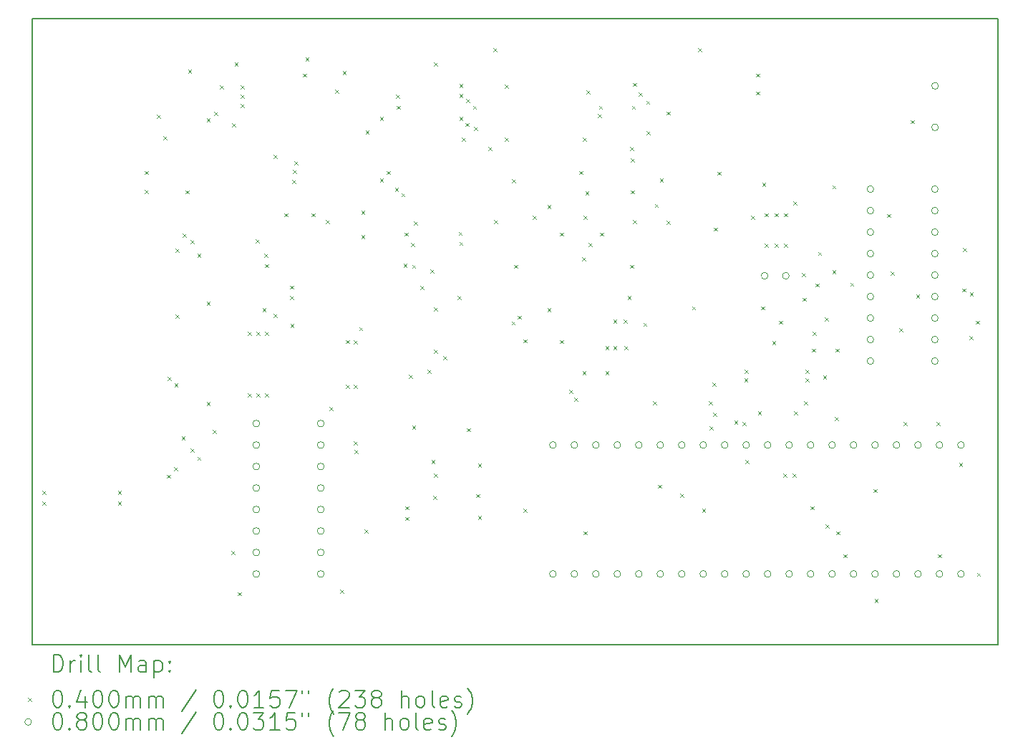
<source format=gbr>
%TF.GenerationSoftware,KiCad,Pcbnew,9.0.0*%
%TF.CreationDate,2025-03-16T19:10:35-05:00*%
%TF.ProjectId,Model I RS232,4d6f6465-6c20-4492-9052-533233322e6b,rev?*%
%TF.SameCoordinates,Original*%
%TF.FileFunction,Drillmap*%
%TF.FilePolarity,Positive*%
%FSLAX45Y45*%
G04 Gerber Fmt 4.5, Leading zero omitted, Abs format (unit mm)*
G04 Created by KiCad (PCBNEW 9.0.0) date 2025-03-16 19:10:35*
%MOMM*%
%LPD*%
G01*
G04 APERTURE LIST*
%ADD10C,0.200000*%
%ADD11C,0.100000*%
G04 APERTURE END LIST*
D10*
X7590000Y-7460000D02*
X19010000Y-7460000D01*
X19010000Y-14860000D01*
X7590000Y-14860000D01*
X7590000Y-7460000D01*
D11*
X7705000Y-13040000D02*
X7745000Y-13080000D01*
X7745000Y-13040000D02*
X7705000Y-13080000D01*
X7705000Y-13170000D02*
X7745000Y-13210000D01*
X7745000Y-13170000D02*
X7705000Y-13210000D01*
X8600000Y-13040000D02*
X8640000Y-13080000D01*
X8640000Y-13040000D02*
X8600000Y-13080000D01*
X8600000Y-13170000D02*
X8640000Y-13210000D01*
X8640000Y-13170000D02*
X8600000Y-13210000D01*
X8920000Y-9260000D02*
X8960000Y-9300000D01*
X8960000Y-9260000D02*
X8920000Y-9300000D01*
X8920000Y-9487000D02*
X8960000Y-9527000D01*
X8960000Y-9487000D02*
X8920000Y-9527000D01*
X9062000Y-8598000D02*
X9102000Y-8638000D01*
X9102000Y-8598000D02*
X9062000Y-8638000D01*
X9140000Y-8850000D02*
X9180000Y-8890000D01*
X9180000Y-8850000D02*
X9140000Y-8890000D01*
X9180000Y-12850000D02*
X9220000Y-12890000D01*
X9220000Y-12850000D02*
X9180000Y-12890000D01*
X9190000Y-11692500D02*
X9230000Y-11732500D01*
X9230000Y-11692500D02*
X9190000Y-11732500D01*
X9266000Y-12760000D02*
X9306000Y-12800000D01*
X9306000Y-12760000D02*
X9266000Y-12800000D01*
X9270000Y-11770000D02*
X9310000Y-11810000D01*
X9310000Y-11770000D02*
X9270000Y-11810000D01*
X9280000Y-10180000D02*
X9320000Y-10220000D01*
X9320000Y-10180000D02*
X9280000Y-10220000D01*
X9280000Y-10961500D02*
X9320000Y-11001500D01*
X9320000Y-10961500D02*
X9280000Y-11001500D01*
X9355000Y-12395000D02*
X9395000Y-12435000D01*
X9395000Y-12395000D02*
X9355000Y-12435000D01*
X9370000Y-10000000D02*
X9410000Y-10040000D01*
X9410000Y-10000000D02*
X9370000Y-10040000D01*
X9400000Y-9490000D02*
X9440000Y-9530000D01*
X9440000Y-9490000D02*
X9400000Y-9530000D01*
X9430000Y-8060000D02*
X9470000Y-8100000D01*
X9470000Y-8060000D02*
X9430000Y-8100000D01*
X9460000Y-10080000D02*
X9500000Y-10120000D01*
X9500000Y-10080000D02*
X9460000Y-10120000D01*
X9460000Y-12540000D02*
X9500000Y-12580000D01*
X9500000Y-12540000D02*
X9460000Y-12580000D01*
X9540000Y-10240000D02*
X9580000Y-10280000D01*
X9580000Y-10240000D02*
X9540000Y-10280000D01*
X9540000Y-12640000D02*
X9580000Y-12680000D01*
X9580000Y-12640000D02*
X9540000Y-12680000D01*
X9650000Y-8637500D02*
X9690000Y-8677500D01*
X9690000Y-8637500D02*
X9650000Y-8677500D01*
X9650000Y-10806500D02*
X9690000Y-10846500D01*
X9690000Y-10806500D02*
X9650000Y-10846500D01*
X9650000Y-11990000D02*
X9690000Y-12030000D01*
X9690000Y-11990000D02*
X9650000Y-12030000D01*
X9720000Y-12320000D02*
X9760000Y-12360000D01*
X9760000Y-12320000D02*
X9720000Y-12360000D01*
X9740000Y-8560000D02*
X9780000Y-8600000D01*
X9780000Y-8560000D02*
X9740000Y-8600000D01*
X9810000Y-8250000D02*
X9850000Y-8290000D01*
X9850000Y-8250000D02*
X9810000Y-8290000D01*
X9942500Y-13750000D02*
X9982500Y-13790000D01*
X9982500Y-13750000D02*
X9942500Y-13790000D01*
X9950000Y-8700000D02*
X9990000Y-8740000D01*
X9990000Y-8700000D02*
X9950000Y-8740000D01*
X9980000Y-7980000D02*
X10020000Y-8020000D01*
X10020000Y-7980000D02*
X9980000Y-8020000D01*
X10020000Y-14240000D02*
X10060000Y-14280000D01*
X10060000Y-14240000D02*
X10020000Y-14280000D01*
X10050000Y-8250000D02*
X10090000Y-8290000D01*
X10090000Y-8250000D02*
X10050000Y-8290000D01*
X10050000Y-8357500D02*
X10090000Y-8397500D01*
X10090000Y-8357500D02*
X10050000Y-8397500D01*
X10050000Y-8470000D02*
X10090000Y-8510000D01*
X10090000Y-8470000D02*
X10050000Y-8510000D01*
X10140000Y-11160000D02*
X10180000Y-11200000D01*
X10180000Y-11160000D02*
X10140000Y-11200000D01*
X10140000Y-11890000D02*
X10180000Y-11930000D01*
X10180000Y-11890000D02*
X10140000Y-11930000D01*
X10230000Y-10070000D02*
X10270000Y-10110000D01*
X10270000Y-10070000D02*
X10230000Y-10110000D01*
X10240000Y-11160000D02*
X10280000Y-11200000D01*
X10280000Y-11160000D02*
X10240000Y-11200000D01*
X10240000Y-11890000D02*
X10280000Y-11930000D01*
X10280000Y-11890000D02*
X10240000Y-11930000D01*
X10310000Y-10884000D02*
X10350000Y-10924000D01*
X10350000Y-10884000D02*
X10310000Y-10924000D01*
X10330000Y-10240000D02*
X10370000Y-10280000D01*
X10370000Y-10240000D02*
X10330000Y-10280000D01*
X10340000Y-10361000D02*
X10380000Y-10401000D01*
X10380000Y-10361000D02*
X10340000Y-10401000D01*
X10340000Y-11160000D02*
X10380000Y-11200000D01*
X10380000Y-11160000D02*
X10340000Y-11200000D01*
X10340000Y-11890000D02*
X10380000Y-11930000D01*
X10380000Y-11890000D02*
X10340000Y-11930000D01*
X10440000Y-10950000D02*
X10480000Y-10990000D01*
X10480000Y-10950000D02*
X10440000Y-10990000D01*
X10445000Y-9070000D02*
X10485000Y-9110000D01*
X10485000Y-9070000D02*
X10445000Y-9110000D01*
X10570000Y-9760000D02*
X10610000Y-9800000D01*
X10610000Y-9760000D02*
X10570000Y-9800000D01*
X10640000Y-10615000D02*
X10680000Y-10655000D01*
X10680000Y-10615000D02*
X10640000Y-10655000D01*
X10640000Y-10740000D02*
X10680000Y-10780000D01*
X10680000Y-10740000D02*
X10640000Y-10780000D01*
X10641928Y-11070603D02*
X10681928Y-11110603D01*
X10681928Y-11070603D02*
X10641928Y-11110603D01*
X10662699Y-9367699D02*
X10702699Y-9407699D01*
X10702699Y-9367699D02*
X10662699Y-9407699D01*
X10670000Y-9250000D02*
X10710000Y-9290000D01*
X10710000Y-9250000D02*
X10670000Y-9290000D01*
X10690000Y-9145000D02*
X10730000Y-9185000D01*
X10730000Y-9145000D02*
X10690000Y-9185000D01*
X10790000Y-8110000D02*
X10830000Y-8150000D01*
X10830000Y-8110000D02*
X10790000Y-8150000D01*
X10820000Y-7920000D02*
X10860000Y-7960000D01*
X10860000Y-7920000D02*
X10820000Y-7960000D01*
X10890000Y-9760000D02*
X10930000Y-9800000D01*
X10930000Y-9760000D02*
X10890000Y-9800000D01*
X11060000Y-9840000D02*
X11100000Y-9880000D01*
X11100000Y-9840000D02*
X11060000Y-9880000D01*
X11100000Y-12050000D02*
X11140000Y-12090000D01*
X11140000Y-12050000D02*
X11100000Y-12090000D01*
X11170000Y-8300000D02*
X11210000Y-8340000D01*
X11210000Y-8300000D02*
X11170000Y-8340000D01*
X11230000Y-14210000D02*
X11270000Y-14250000D01*
X11270000Y-14210000D02*
X11230000Y-14250000D01*
X11260000Y-8080000D02*
X11300000Y-8120000D01*
X11300000Y-8080000D02*
X11260000Y-8120000D01*
X11300000Y-11260000D02*
X11340000Y-11300000D01*
X11340000Y-11260000D02*
X11300000Y-11300000D01*
X11300000Y-11790000D02*
X11340000Y-11830000D01*
X11340000Y-11790000D02*
X11300000Y-11830000D01*
X11389199Y-11260801D02*
X11429199Y-11300801D01*
X11429199Y-11260801D02*
X11389199Y-11300801D01*
X11390000Y-11790000D02*
X11430000Y-11830000D01*
X11430000Y-11790000D02*
X11390000Y-11830000D01*
X11390000Y-12460000D02*
X11430000Y-12500000D01*
X11430000Y-12460000D02*
X11390000Y-12500000D01*
X11400000Y-12560000D02*
X11440000Y-12600000D01*
X11440000Y-12560000D02*
X11400000Y-12600000D01*
X11453801Y-11106199D02*
X11493801Y-11146199D01*
X11493801Y-11106199D02*
X11453801Y-11146199D01*
X11480000Y-9730000D02*
X11520000Y-9770000D01*
X11520000Y-9730000D02*
X11480000Y-9770000D01*
X11480000Y-10020000D02*
X11520000Y-10060000D01*
X11520000Y-10020000D02*
X11480000Y-10060000D01*
X11520000Y-13496000D02*
X11560000Y-13536000D01*
X11560000Y-13496000D02*
X11520000Y-13536000D01*
X11530000Y-8785000D02*
X11570000Y-8825000D01*
X11570000Y-8785000D02*
X11530000Y-8825000D01*
X11700000Y-8620000D02*
X11740000Y-8660000D01*
X11740000Y-8620000D02*
X11700000Y-8660000D01*
X11700000Y-9350000D02*
X11740000Y-9390000D01*
X11740000Y-9350000D02*
X11700000Y-9390000D01*
X11780000Y-9260000D02*
X11820000Y-9300000D01*
X11820000Y-9260000D02*
X11780000Y-9300000D01*
X11877500Y-9460000D02*
X11917500Y-9500000D01*
X11917500Y-9460000D02*
X11877500Y-9500000D01*
X11890000Y-8357500D02*
X11930000Y-8397500D01*
X11930000Y-8357500D02*
X11890000Y-8397500D01*
X11900000Y-8490000D02*
X11940000Y-8530000D01*
X11940000Y-8490000D02*
X11900000Y-8530000D01*
X11954540Y-9523757D02*
X11994540Y-9563757D01*
X11994540Y-9523757D02*
X11954540Y-9563757D01*
X11980000Y-10360000D02*
X12020000Y-10400000D01*
X12020000Y-10360000D02*
X11980000Y-10400000D01*
X11990000Y-9990000D02*
X12030000Y-10030000D01*
X12030000Y-9990000D02*
X11990000Y-10030000D01*
X12000000Y-13222500D02*
X12040000Y-13262500D01*
X12040000Y-13222500D02*
X12000000Y-13262500D01*
X12000000Y-13349500D02*
X12040000Y-13389500D01*
X12040000Y-13349500D02*
X12000000Y-13389500D01*
X12042500Y-11670000D02*
X12082500Y-11710000D01*
X12082500Y-11670000D02*
X12042500Y-11710000D01*
X12070000Y-10110000D02*
X12110000Y-10150000D01*
X12110000Y-10110000D02*
X12070000Y-10150000D01*
X12079389Y-10371043D02*
X12119389Y-10411043D01*
X12119389Y-10371043D02*
X12079389Y-10411043D01*
X12080000Y-12271758D02*
X12120000Y-12311758D01*
X12120000Y-12271758D02*
X12080000Y-12311758D01*
X12100000Y-9860000D02*
X12140000Y-9900000D01*
X12140000Y-9860000D02*
X12100000Y-9900000D01*
X12180000Y-10620000D02*
X12220000Y-10660000D01*
X12220000Y-10620000D02*
X12180000Y-10660000D01*
X12262400Y-11612400D02*
X12302400Y-11652400D01*
X12302400Y-11612400D02*
X12262400Y-11652400D01*
X12298051Y-10428051D02*
X12338051Y-10468051D01*
X12338051Y-10428051D02*
X12298051Y-10468051D01*
X12310100Y-12680000D02*
X12350100Y-12720000D01*
X12350100Y-12680000D02*
X12310100Y-12720000D01*
X12330000Y-13100000D02*
X12370000Y-13140000D01*
X12370000Y-13100000D02*
X12330000Y-13140000D01*
X12340000Y-7980000D02*
X12380000Y-8020000D01*
X12380000Y-7980000D02*
X12340000Y-8020000D01*
X12340000Y-10872500D02*
X12380000Y-10912500D01*
X12380000Y-10872500D02*
X12340000Y-10912500D01*
X12340000Y-11372500D02*
X12380000Y-11412500D01*
X12380000Y-11372500D02*
X12340000Y-11412500D01*
X12340000Y-12840000D02*
X12380000Y-12880000D01*
X12380000Y-12840000D02*
X12340000Y-12880000D01*
X12450000Y-11452500D02*
X12490000Y-11492500D01*
X12490000Y-11452500D02*
X12450000Y-11492500D01*
X12620000Y-10740000D02*
X12660000Y-10780000D01*
X12660000Y-10740000D02*
X12620000Y-10780000D01*
X12630000Y-9980000D02*
X12670000Y-10020000D01*
X12670000Y-9980000D02*
X12630000Y-10020000D01*
X12640000Y-8230000D02*
X12680000Y-8270000D01*
X12680000Y-8230000D02*
X12640000Y-8270000D01*
X12640000Y-8350000D02*
X12680000Y-8390000D01*
X12680000Y-8350000D02*
X12640000Y-8390000D01*
X12640000Y-8620000D02*
X12680000Y-8660000D01*
X12680000Y-8620000D02*
X12640000Y-8660000D01*
X12640000Y-10100000D02*
X12680000Y-10140000D01*
X12680000Y-10100000D02*
X12640000Y-10140000D01*
X12670000Y-8870000D02*
X12710000Y-8910000D01*
X12710000Y-8870000D02*
X12670000Y-8910000D01*
X12708875Y-8692500D02*
X12748875Y-8732500D01*
X12748875Y-8692500D02*
X12708875Y-8732500D01*
X12718062Y-8412500D02*
X12758062Y-8452500D01*
X12758062Y-8412500D02*
X12718062Y-8452500D01*
X12730000Y-12300000D02*
X12770000Y-12340000D01*
X12770000Y-12300000D02*
X12730000Y-12340000D01*
X12800000Y-8490000D02*
X12840000Y-8530000D01*
X12840000Y-8490000D02*
X12800000Y-8530000D01*
X12810000Y-8740000D02*
X12850000Y-8780000D01*
X12850000Y-8740000D02*
X12810000Y-8780000D01*
X12840000Y-13080000D02*
X12880000Y-13120000D01*
X12880000Y-13080000D02*
X12840000Y-13120000D01*
X12860000Y-12720000D02*
X12900000Y-12760000D01*
X12900000Y-12720000D02*
X12860000Y-12760000D01*
X12860000Y-13340000D02*
X12900000Y-13380000D01*
X12900000Y-13340000D02*
X12860000Y-13380000D01*
X12980000Y-8980000D02*
X13020000Y-9020000D01*
X13020000Y-8980000D02*
X12980000Y-9020000D01*
X13040000Y-7810000D02*
X13080000Y-7850000D01*
X13080000Y-7810000D02*
X13040000Y-7850000D01*
X13050000Y-9840000D02*
X13090000Y-9880000D01*
X13090000Y-9840000D02*
X13050000Y-9880000D01*
X13180000Y-8240000D02*
X13220000Y-8280000D01*
X13220000Y-8240000D02*
X13180000Y-8280000D01*
X13180000Y-8870000D02*
X13220000Y-8910000D01*
X13220000Y-8870000D02*
X13180000Y-8910000D01*
X13256529Y-11038471D02*
X13296529Y-11078471D01*
X13296529Y-11038471D02*
X13256529Y-11078471D01*
X13260000Y-9360000D02*
X13300000Y-9400000D01*
X13300000Y-9360000D02*
X13260000Y-9400000D01*
X13290000Y-10370000D02*
X13330000Y-10410000D01*
X13330000Y-10370000D02*
X13290000Y-10410000D01*
X13330000Y-10970000D02*
X13370000Y-11010000D01*
X13370000Y-10970000D02*
X13330000Y-11010000D01*
X13400000Y-11250000D02*
X13440000Y-11290000D01*
X13440000Y-11250000D02*
X13400000Y-11290000D01*
X13400000Y-13250000D02*
X13440000Y-13290000D01*
X13440000Y-13250000D02*
X13400000Y-13290000D01*
X13510000Y-9790000D02*
X13550000Y-9830000D01*
X13550000Y-9790000D02*
X13510000Y-9830000D01*
X13680000Y-9660000D02*
X13720000Y-9700000D01*
X13720000Y-9660000D02*
X13680000Y-9700000D01*
X13680000Y-10880000D02*
X13720000Y-10920000D01*
X13720000Y-10880000D02*
X13680000Y-10920000D01*
X13830000Y-9990000D02*
X13870000Y-10030000D01*
X13870000Y-9990000D02*
X13830000Y-10030000D01*
X13830000Y-11260000D02*
X13870000Y-11300000D01*
X13870000Y-11260000D02*
X13830000Y-11300000D01*
X13940000Y-11850000D02*
X13980000Y-11890000D01*
X13980000Y-11850000D02*
X13940000Y-11890000D01*
X13997500Y-11941381D02*
X14037500Y-11981381D01*
X14037500Y-11941381D02*
X13997500Y-11981381D01*
X14060071Y-9259929D02*
X14100071Y-9299929D01*
X14100071Y-9259929D02*
X14060071Y-9299929D01*
X14090000Y-10280000D02*
X14130000Y-10320000D01*
X14130000Y-10280000D02*
X14090000Y-10320000D01*
X14094801Y-11625199D02*
X14134801Y-11665199D01*
X14134801Y-11625199D02*
X14094801Y-11665199D01*
X14100000Y-8870000D02*
X14140000Y-8910000D01*
X14140000Y-8870000D02*
X14100000Y-8910000D01*
X14110000Y-9790000D02*
X14150000Y-9830000D01*
X14150000Y-9790000D02*
X14110000Y-9830000D01*
X14110000Y-13520000D02*
X14150000Y-13560000D01*
X14150000Y-13520000D02*
X14110000Y-13560000D01*
X14130000Y-9500000D02*
X14170000Y-9540000D01*
X14170000Y-9500000D02*
X14130000Y-9540000D01*
X14140000Y-8310000D02*
X14180000Y-8350000D01*
X14180000Y-8310000D02*
X14140000Y-8350000D01*
X14170000Y-10110000D02*
X14210000Y-10150000D01*
X14210000Y-10110000D02*
X14170000Y-10150000D01*
X14280000Y-8590000D02*
X14320000Y-8630000D01*
X14320000Y-8590000D02*
X14280000Y-8630000D01*
X14290000Y-8490000D02*
X14330000Y-8530000D01*
X14330000Y-8490000D02*
X14290000Y-8530000D01*
X14300000Y-9990000D02*
X14340000Y-10030000D01*
X14340000Y-9990000D02*
X14300000Y-10030000D01*
X14366600Y-11330000D02*
X14406600Y-11370000D01*
X14406600Y-11330000D02*
X14366600Y-11370000D01*
X14366600Y-11630000D02*
X14406600Y-11670000D01*
X14406600Y-11630000D02*
X14366600Y-11670000D01*
X14460000Y-11020000D02*
X14500000Y-11060000D01*
X14500000Y-11020000D02*
X14460000Y-11060000D01*
X14460000Y-11330000D02*
X14500000Y-11370000D01*
X14500000Y-11330000D02*
X14460000Y-11370000D01*
X14580000Y-11020000D02*
X14620000Y-11060000D01*
X14620000Y-11020000D02*
X14580000Y-11060000D01*
X14590000Y-11330000D02*
X14630000Y-11370000D01*
X14630000Y-11330000D02*
X14590000Y-11370000D01*
X14630000Y-10740000D02*
X14670000Y-10780000D01*
X14670000Y-10740000D02*
X14630000Y-10780000D01*
X14660000Y-8980000D02*
X14700000Y-9020000D01*
X14700000Y-8980000D02*
X14660000Y-9020000D01*
X14660000Y-10370000D02*
X14700000Y-10410000D01*
X14700000Y-10370000D02*
X14660000Y-10410000D01*
X14670000Y-9110000D02*
X14710000Y-9150000D01*
X14710000Y-9110000D02*
X14670000Y-9150000D01*
X14670000Y-9490000D02*
X14710000Y-9530000D01*
X14710000Y-9490000D02*
X14670000Y-9530000D01*
X14680398Y-8490000D02*
X14720398Y-8530000D01*
X14720398Y-8490000D02*
X14680398Y-8530000D01*
X14690000Y-8220000D02*
X14730000Y-8260000D01*
X14730000Y-8220000D02*
X14690000Y-8260000D01*
X14690000Y-9840000D02*
X14730000Y-9880000D01*
X14730000Y-9840000D02*
X14690000Y-9880000D01*
X14760000Y-8335000D02*
X14800000Y-8375000D01*
X14800000Y-8335000D02*
X14760000Y-8375000D01*
X14815000Y-11055000D02*
X14855000Y-11095000D01*
X14855000Y-11055000D02*
X14815000Y-11095000D01*
X14850000Y-8430000D02*
X14890000Y-8470000D01*
X14890000Y-8430000D02*
X14850000Y-8470000D01*
X14854900Y-8792600D02*
X14894900Y-8832600D01*
X14894900Y-8792600D02*
X14854900Y-8832600D01*
X14930000Y-11980000D02*
X14970000Y-12020000D01*
X14970000Y-11980000D02*
X14930000Y-12020000D01*
X14950000Y-9650000D02*
X14990000Y-9690000D01*
X14990000Y-9650000D02*
X14950000Y-9690000D01*
X14990000Y-12970000D02*
X15030000Y-13010000D01*
X15030000Y-12970000D02*
X14990000Y-13010000D01*
X15010000Y-9350000D02*
X15050000Y-9390000D01*
X15050000Y-9350000D02*
X15010000Y-9390000D01*
X15087500Y-8557551D02*
X15127500Y-8597551D01*
X15127500Y-8557551D02*
X15087500Y-8597551D01*
X15090000Y-9850000D02*
X15130000Y-9890000D01*
X15130000Y-9850000D02*
X15090000Y-9890000D01*
X15250000Y-13074900D02*
X15290000Y-13114900D01*
X15290000Y-13074900D02*
X15250000Y-13114900D01*
X15390000Y-10860000D02*
X15430000Y-10900000D01*
X15430000Y-10860000D02*
X15390000Y-10900000D01*
X15460000Y-7810000D02*
X15500000Y-7850000D01*
X15500000Y-7810000D02*
X15460000Y-7850000D01*
X15510000Y-13250000D02*
X15550000Y-13290000D01*
X15550000Y-13250000D02*
X15510000Y-13290000D01*
X15590000Y-11980000D02*
X15630000Y-12020000D01*
X15630000Y-11980000D02*
X15590000Y-12020000D01*
X15600000Y-12280000D02*
X15640000Y-12320000D01*
X15640000Y-12280000D02*
X15600000Y-12320000D01*
X15634801Y-11765199D02*
X15674801Y-11805199D01*
X15674801Y-11765199D02*
X15634801Y-11805199D01*
X15640000Y-12120000D02*
X15680000Y-12160000D01*
X15680000Y-12120000D02*
X15640000Y-12160000D01*
X15650000Y-9930000D02*
X15690000Y-9970000D01*
X15690000Y-9930000D02*
X15650000Y-9970000D01*
X15690000Y-9270000D02*
X15730000Y-9310000D01*
X15730000Y-9270000D02*
X15690000Y-9310000D01*
X15890600Y-12210000D02*
X15930600Y-12250000D01*
X15930600Y-12210000D02*
X15890600Y-12250000D01*
X15990000Y-12230000D02*
X16030000Y-12270000D01*
X16030000Y-12230000D02*
X15990000Y-12270000D01*
X16010000Y-11710000D02*
X16050000Y-11750000D01*
X16050000Y-11710000D02*
X16010000Y-11750000D01*
X16012400Y-11607500D02*
X16052400Y-11647500D01*
X16052400Y-11607500D02*
X16012400Y-11647500D01*
X16020000Y-12680000D02*
X16060000Y-12720000D01*
X16060000Y-12680000D02*
X16020000Y-12720000D01*
X16090000Y-9790000D02*
X16130000Y-9830000D01*
X16130000Y-9790000D02*
X16090000Y-9830000D01*
X16150000Y-8110000D02*
X16190000Y-8150000D01*
X16190000Y-8110000D02*
X16150000Y-8150000D01*
X16150000Y-8320000D02*
X16190000Y-8360000D01*
X16190000Y-8320000D02*
X16150000Y-8360000D01*
X16170000Y-12100000D02*
X16210000Y-12140000D01*
X16210000Y-12100000D02*
X16170000Y-12140000D01*
X16210000Y-10860000D02*
X16250000Y-10900000D01*
X16250000Y-10860000D02*
X16210000Y-10900000D01*
X16220000Y-9400000D02*
X16260000Y-9440000D01*
X16260000Y-9400000D02*
X16220000Y-9440000D01*
X16250000Y-9760000D02*
X16290000Y-9800000D01*
X16290000Y-9760000D02*
X16250000Y-9800000D01*
X16250000Y-10120000D02*
X16290000Y-10160000D01*
X16290000Y-10120000D02*
X16250000Y-10160000D01*
X16340000Y-11270000D02*
X16380000Y-11310000D01*
X16380000Y-11270000D02*
X16340000Y-11310000D01*
X16370000Y-9760000D02*
X16410000Y-9800000D01*
X16410000Y-9760000D02*
X16370000Y-9800000D01*
X16370000Y-10120000D02*
X16410000Y-10160000D01*
X16410000Y-10120000D02*
X16370000Y-10160000D01*
X16420000Y-11030000D02*
X16460000Y-11070000D01*
X16460000Y-11030000D02*
X16420000Y-11070000D01*
X16470000Y-12835100D02*
X16510000Y-12875100D01*
X16510000Y-12835100D02*
X16470000Y-12875100D01*
X16480000Y-9760000D02*
X16520000Y-9800000D01*
X16520000Y-9760000D02*
X16480000Y-9800000D01*
X16480000Y-10120000D02*
X16520000Y-10160000D01*
X16520000Y-10120000D02*
X16480000Y-10160000D01*
X16580000Y-12840000D02*
X16620000Y-12880000D01*
X16620000Y-12840000D02*
X16580000Y-12880000D01*
X16590000Y-9620000D02*
X16630000Y-9660000D01*
X16630000Y-9620000D02*
X16590000Y-9660000D01*
X16600000Y-12100000D02*
X16640000Y-12140000D01*
X16640000Y-12100000D02*
X16600000Y-12140000D01*
X16690000Y-10470000D02*
X16730000Y-10510000D01*
X16730000Y-10470000D02*
X16690000Y-10510000D01*
X16700000Y-10760000D02*
X16740000Y-10800000D01*
X16740000Y-10760000D02*
X16700000Y-10800000D01*
X16715100Y-11980000D02*
X16755100Y-12020000D01*
X16755100Y-11980000D02*
X16715100Y-12020000D01*
X16730000Y-11607500D02*
X16770000Y-11647500D01*
X16770000Y-11607500D02*
X16730000Y-11647500D01*
X16730000Y-11710000D02*
X16770000Y-11750000D01*
X16770000Y-11710000D02*
X16730000Y-11750000D01*
X16793000Y-13223000D02*
X16833000Y-13263000D01*
X16833000Y-13223000D02*
X16793000Y-13263000D01*
X16810000Y-11360000D02*
X16850000Y-11400000D01*
X16850000Y-11360000D02*
X16810000Y-11400000D01*
X16820000Y-11160000D02*
X16860000Y-11200000D01*
X16860000Y-11160000D02*
X16820000Y-11200000D01*
X16850000Y-10590000D02*
X16890000Y-10630000D01*
X16890000Y-10590000D02*
X16850000Y-10630000D01*
X16880000Y-10218000D02*
X16920000Y-10258000D01*
X16920000Y-10218000D02*
X16880000Y-10258000D01*
X16940000Y-11680000D02*
X16980000Y-11720000D01*
X16980000Y-11680000D02*
X16940000Y-11720000D01*
X16960000Y-10990000D02*
X17000000Y-11030000D01*
X17000000Y-10990000D02*
X16960000Y-11030000D01*
X16970000Y-13440000D02*
X17010000Y-13480000D01*
X17010000Y-13440000D02*
X16970000Y-13480000D01*
X17050000Y-9430000D02*
X17090000Y-9470000D01*
X17090000Y-9430000D02*
X17050000Y-9470000D01*
X17050000Y-10431900D02*
X17090000Y-10471900D01*
X17090000Y-10431900D02*
X17050000Y-10471900D01*
X17080000Y-12170000D02*
X17120000Y-12210000D01*
X17120000Y-12170000D02*
X17080000Y-12210000D01*
X17090000Y-11360000D02*
X17130000Y-11400000D01*
X17130000Y-11360000D02*
X17090000Y-11400000D01*
X17100000Y-13520000D02*
X17140000Y-13560000D01*
X17140000Y-13520000D02*
X17100000Y-13560000D01*
X17180000Y-13790000D02*
X17220000Y-13830000D01*
X17220000Y-13790000D02*
X17180000Y-13830000D01*
X17261399Y-10580999D02*
X17301399Y-10620999D01*
X17301399Y-10580999D02*
X17261399Y-10620999D01*
X17540000Y-13020000D02*
X17580000Y-13060000D01*
X17580000Y-13020000D02*
X17540000Y-13060000D01*
X17550000Y-14320000D02*
X17590000Y-14360000D01*
X17590000Y-14320000D02*
X17550000Y-14360000D01*
X17700000Y-9770000D02*
X17740000Y-9810000D01*
X17740000Y-9770000D02*
X17700000Y-9810000D01*
X17740000Y-10450000D02*
X17780000Y-10490000D01*
X17780000Y-10450000D02*
X17740000Y-10490000D01*
X17840000Y-11120000D02*
X17880000Y-11160000D01*
X17880000Y-11120000D02*
X17840000Y-11160000D01*
X17890000Y-12230000D02*
X17930000Y-12270000D01*
X17930000Y-12230000D02*
X17890000Y-12270000D01*
X17980000Y-8660000D02*
X18020000Y-8700000D01*
X18020000Y-8660000D02*
X17980000Y-8700000D01*
X18040000Y-10720000D02*
X18080000Y-10760000D01*
X18080000Y-10720000D02*
X18040000Y-10760000D01*
X18280000Y-12230000D02*
X18320000Y-12270000D01*
X18320000Y-12230000D02*
X18280000Y-12270000D01*
X18298000Y-13790000D02*
X18338000Y-13830000D01*
X18338000Y-13790000D02*
X18298000Y-13830000D01*
X18550000Y-12710000D02*
X18590000Y-12750000D01*
X18590000Y-12710000D02*
X18550000Y-12750000D01*
X18590000Y-10648500D02*
X18630000Y-10688500D01*
X18630000Y-10648500D02*
X18590000Y-10688500D01*
X18593949Y-10173551D02*
X18633949Y-10213551D01*
X18633949Y-10173551D02*
X18593949Y-10213551D01*
X18670000Y-11210000D02*
X18710000Y-11250000D01*
X18710000Y-11210000D02*
X18670000Y-11250000D01*
X18676773Y-10698204D02*
X18716773Y-10738204D01*
X18716773Y-10698204D02*
X18676773Y-10738204D01*
X18747500Y-11030000D02*
X18787500Y-11070000D01*
X18787500Y-11030000D02*
X18747500Y-11070000D01*
X18760000Y-14010000D02*
X18800000Y-14050000D01*
X18800000Y-14010000D02*
X18760000Y-14050000D01*
X10278000Y-12246000D02*
G75*
G02*
X10198000Y-12246000I-40000J0D01*
G01*
X10198000Y-12246000D02*
G75*
G02*
X10278000Y-12246000I40000J0D01*
G01*
X10278000Y-12500000D02*
G75*
G02*
X10198000Y-12500000I-40000J0D01*
G01*
X10198000Y-12500000D02*
G75*
G02*
X10278000Y-12500000I40000J0D01*
G01*
X10278000Y-12754000D02*
G75*
G02*
X10198000Y-12754000I-40000J0D01*
G01*
X10198000Y-12754000D02*
G75*
G02*
X10278000Y-12754000I40000J0D01*
G01*
X10278000Y-13008000D02*
G75*
G02*
X10198000Y-13008000I-40000J0D01*
G01*
X10198000Y-13008000D02*
G75*
G02*
X10278000Y-13008000I40000J0D01*
G01*
X10278000Y-13262000D02*
G75*
G02*
X10198000Y-13262000I-40000J0D01*
G01*
X10198000Y-13262000D02*
G75*
G02*
X10278000Y-13262000I40000J0D01*
G01*
X10278000Y-13516000D02*
G75*
G02*
X10198000Y-13516000I-40000J0D01*
G01*
X10198000Y-13516000D02*
G75*
G02*
X10278000Y-13516000I40000J0D01*
G01*
X10278000Y-13770000D02*
G75*
G02*
X10198000Y-13770000I-40000J0D01*
G01*
X10198000Y-13770000D02*
G75*
G02*
X10278000Y-13770000I40000J0D01*
G01*
X10278000Y-14024000D02*
G75*
G02*
X10198000Y-14024000I-40000J0D01*
G01*
X10198000Y-14024000D02*
G75*
G02*
X10278000Y-14024000I40000J0D01*
G01*
X11040000Y-12246000D02*
G75*
G02*
X10960000Y-12246000I-40000J0D01*
G01*
X10960000Y-12246000D02*
G75*
G02*
X11040000Y-12246000I40000J0D01*
G01*
X11040000Y-12500000D02*
G75*
G02*
X10960000Y-12500000I-40000J0D01*
G01*
X10960000Y-12500000D02*
G75*
G02*
X11040000Y-12500000I40000J0D01*
G01*
X11040000Y-12754000D02*
G75*
G02*
X10960000Y-12754000I-40000J0D01*
G01*
X10960000Y-12754000D02*
G75*
G02*
X11040000Y-12754000I40000J0D01*
G01*
X11040000Y-13008000D02*
G75*
G02*
X10960000Y-13008000I-40000J0D01*
G01*
X10960000Y-13008000D02*
G75*
G02*
X11040000Y-13008000I40000J0D01*
G01*
X11040000Y-13262000D02*
G75*
G02*
X10960000Y-13262000I-40000J0D01*
G01*
X10960000Y-13262000D02*
G75*
G02*
X11040000Y-13262000I40000J0D01*
G01*
X11040000Y-13516000D02*
G75*
G02*
X10960000Y-13516000I-40000J0D01*
G01*
X10960000Y-13516000D02*
G75*
G02*
X11040000Y-13516000I40000J0D01*
G01*
X11040000Y-13770000D02*
G75*
G02*
X10960000Y-13770000I-40000J0D01*
G01*
X10960000Y-13770000D02*
G75*
G02*
X11040000Y-13770000I40000J0D01*
G01*
X11040000Y-14024000D02*
G75*
G02*
X10960000Y-14024000I-40000J0D01*
G01*
X10960000Y-14024000D02*
G75*
G02*
X11040000Y-14024000I40000J0D01*
G01*
X13786000Y-12500000D02*
G75*
G02*
X13706000Y-12500000I-40000J0D01*
G01*
X13706000Y-12500000D02*
G75*
G02*
X13786000Y-12500000I40000J0D01*
G01*
X13786000Y-14024000D02*
G75*
G02*
X13706000Y-14024000I-40000J0D01*
G01*
X13706000Y-14024000D02*
G75*
G02*
X13786000Y-14024000I40000J0D01*
G01*
X14040000Y-12500000D02*
G75*
G02*
X13960000Y-12500000I-40000J0D01*
G01*
X13960000Y-12500000D02*
G75*
G02*
X14040000Y-12500000I40000J0D01*
G01*
X14040000Y-14024000D02*
G75*
G02*
X13960000Y-14024000I-40000J0D01*
G01*
X13960000Y-14024000D02*
G75*
G02*
X14040000Y-14024000I40000J0D01*
G01*
X14294000Y-12500000D02*
G75*
G02*
X14214000Y-12500000I-40000J0D01*
G01*
X14214000Y-12500000D02*
G75*
G02*
X14294000Y-12500000I40000J0D01*
G01*
X14294000Y-14024000D02*
G75*
G02*
X14214000Y-14024000I-40000J0D01*
G01*
X14214000Y-14024000D02*
G75*
G02*
X14294000Y-14024000I40000J0D01*
G01*
X14548000Y-12500000D02*
G75*
G02*
X14468000Y-12500000I-40000J0D01*
G01*
X14468000Y-12500000D02*
G75*
G02*
X14548000Y-12500000I40000J0D01*
G01*
X14548000Y-14024000D02*
G75*
G02*
X14468000Y-14024000I-40000J0D01*
G01*
X14468000Y-14024000D02*
G75*
G02*
X14548000Y-14024000I40000J0D01*
G01*
X14802000Y-12500000D02*
G75*
G02*
X14722000Y-12500000I-40000J0D01*
G01*
X14722000Y-12500000D02*
G75*
G02*
X14802000Y-12500000I40000J0D01*
G01*
X14802000Y-14024000D02*
G75*
G02*
X14722000Y-14024000I-40000J0D01*
G01*
X14722000Y-14024000D02*
G75*
G02*
X14802000Y-14024000I40000J0D01*
G01*
X15056000Y-12500000D02*
G75*
G02*
X14976000Y-12500000I-40000J0D01*
G01*
X14976000Y-12500000D02*
G75*
G02*
X15056000Y-12500000I40000J0D01*
G01*
X15056000Y-14024000D02*
G75*
G02*
X14976000Y-14024000I-40000J0D01*
G01*
X14976000Y-14024000D02*
G75*
G02*
X15056000Y-14024000I40000J0D01*
G01*
X15310000Y-12500000D02*
G75*
G02*
X15230000Y-12500000I-40000J0D01*
G01*
X15230000Y-12500000D02*
G75*
G02*
X15310000Y-12500000I40000J0D01*
G01*
X15310000Y-14024000D02*
G75*
G02*
X15230000Y-14024000I-40000J0D01*
G01*
X15230000Y-14024000D02*
G75*
G02*
X15310000Y-14024000I40000J0D01*
G01*
X15564000Y-12500000D02*
G75*
G02*
X15484000Y-12500000I-40000J0D01*
G01*
X15484000Y-12500000D02*
G75*
G02*
X15564000Y-12500000I40000J0D01*
G01*
X15564000Y-14024000D02*
G75*
G02*
X15484000Y-14024000I-40000J0D01*
G01*
X15484000Y-14024000D02*
G75*
G02*
X15564000Y-14024000I40000J0D01*
G01*
X15818000Y-12500000D02*
G75*
G02*
X15738000Y-12500000I-40000J0D01*
G01*
X15738000Y-12500000D02*
G75*
G02*
X15818000Y-12500000I40000J0D01*
G01*
X15818000Y-14024000D02*
G75*
G02*
X15738000Y-14024000I-40000J0D01*
G01*
X15738000Y-14024000D02*
G75*
G02*
X15818000Y-14024000I40000J0D01*
G01*
X16072000Y-12500000D02*
G75*
G02*
X15992000Y-12500000I-40000J0D01*
G01*
X15992000Y-12500000D02*
G75*
G02*
X16072000Y-12500000I40000J0D01*
G01*
X16072000Y-14024000D02*
G75*
G02*
X15992000Y-14024000I-40000J0D01*
G01*
X15992000Y-14024000D02*
G75*
G02*
X16072000Y-14024000I40000J0D01*
G01*
X16290000Y-10500000D02*
G75*
G02*
X16210000Y-10500000I-40000J0D01*
G01*
X16210000Y-10500000D02*
G75*
G02*
X16290000Y-10500000I40000J0D01*
G01*
X16326000Y-12500000D02*
G75*
G02*
X16246000Y-12500000I-40000J0D01*
G01*
X16246000Y-12500000D02*
G75*
G02*
X16326000Y-12500000I40000J0D01*
G01*
X16326000Y-14024000D02*
G75*
G02*
X16246000Y-14024000I-40000J0D01*
G01*
X16246000Y-14024000D02*
G75*
G02*
X16326000Y-14024000I40000J0D01*
G01*
X16540000Y-10500000D02*
G75*
G02*
X16460000Y-10500000I-40000J0D01*
G01*
X16460000Y-10500000D02*
G75*
G02*
X16540000Y-10500000I40000J0D01*
G01*
X16580000Y-12500000D02*
G75*
G02*
X16500000Y-12500000I-40000J0D01*
G01*
X16500000Y-12500000D02*
G75*
G02*
X16580000Y-12500000I40000J0D01*
G01*
X16580000Y-14024000D02*
G75*
G02*
X16500000Y-14024000I-40000J0D01*
G01*
X16500000Y-14024000D02*
G75*
G02*
X16580000Y-14024000I40000J0D01*
G01*
X16834000Y-12500000D02*
G75*
G02*
X16754000Y-12500000I-40000J0D01*
G01*
X16754000Y-12500000D02*
G75*
G02*
X16834000Y-12500000I40000J0D01*
G01*
X16834000Y-14024000D02*
G75*
G02*
X16754000Y-14024000I-40000J0D01*
G01*
X16754000Y-14024000D02*
G75*
G02*
X16834000Y-14024000I40000J0D01*
G01*
X17088000Y-12500000D02*
G75*
G02*
X17008000Y-12500000I-40000J0D01*
G01*
X17008000Y-12500000D02*
G75*
G02*
X17088000Y-12500000I40000J0D01*
G01*
X17088000Y-14024000D02*
G75*
G02*
X17008000Y-14024000I-40000J0D01*
G01*
X17008000Y-14024000D02*
G75*
G02*
X17088000Y-14024000I40000J0D01*
G01*
X17342000Y-12500000D02*
G75*
G02*
X17262000Y-12500000I-40000J0D01*
G01*
X17262000Y-12500000D02*
G75*
G02*
X17342000Y-12500000I40000J0D01*
G01*
X17342000Y-14024000D02*
G75*
G02*
X17262000Y-14024000I-40000J0D01*
G01*
X17262000Y-14024000D02*
G75*
G02*
X17342000Y-14024000I40000J0D01*
G01*
X17540000Y-9476000D02*
G75*
G02*
X17460000Y-9476000I-40000J0D01*
G01*
X17460000Y-9476000D02*
G75*
G02*
X17540000Y-9476000I40000J0D01*
G01*
X17540000Y-9730000D02*
G75*
G02*
X17460000Y-9730000I-40000J0D01*
G01*
X17460000Y-9730000D02*
G75*
G02*
X17540000Y-9730000I40000J0D01*
G01*
X17540000Y-9984000D02*
G75*
G02*
X17460000Y-9984000I-40000J0D01*
G01*
X17460000Y-9984000D02*
G75*
G02*
X17540000Y-9984000I40000J0D01*
G01*
X17540000Y-10238000D02*
G75*
G02*
X17460000Y-10238000I-40000J0D01*
G01*
X17460000Y-10238000D02*
G75*
G02*
X17540000Y-10238000I40000J0D01*
G01*
X17540000Y-10492000D02*
G75*
G02*
X17460000Y-10492000I-40000J0D01*
G01*
X17460000Y-10492000D02*
G75*
G02*
X17540000Y-10492000I40000J0D01*
G01*
X17540000Y-10746000D02*
G75*
G02*
X17460000Y-10746000I-40000J0D01*
G01*
X17460000Y-10746000D02*
G75*
G02*
X17540000Y-10746000I40000J0D01*
G01*
X17540000Y-11000000D02*
G75*
G02*
X17460000Y-11000000I-40000J0D01*
G01*
X17460000Y-11000000D02*
G75*
G02*
X17540000Y-11000000I40000J0D01*
G01*
X17540000Y-11254000D02*
G75*
G02*
X17460000Y-11254000I-40000J0D01*
G01*
X17460000Y-11254000D02*
G75*
G02*
X17540000Y-11254000I40000J0D01*
G01*
X17540000Y-11508000D02*
G75*
G02*
X17460000Y-11508000I-40000J0D01*
G01*
X17460000Y-11508000D02*
G75*
G02*
X17540000Y-11508000I40000J0D01*
G01*
X17596000Y-12500000D02*
G75*
G02*
X17516000Y-12500000I-40000J0D01*
G01*
X17516000Y-12500000D02*
G75*
G02*
X17596000Y-12500000I40000J0D01*
G01*
X17596000Y-14024000D02*
G75*
G02*
X17516000Y-14024000I-40000J0D01*
G01*
X17516000Y-14024000D02*
G75*
G02*
X17596000Y-14024000I40000J0D01*
G01*
X17850000Y-12500000D02*
G75*
G02*
X17770000Y-12500000I-40000J0D01*
G01*
X17770000Y-12500000D02*
G75*
G02*
X17850000Y-12500000I40000J0D01*
G01*
X17850000Y-14024000D02*
G75*
G02*
X17770000Y-14024000I-40000J0D01*
G01*
X17770000Y-14024000D02*
G75*
G02*
X17850000Y-14024000I40000J0D01*
G01*
X18104000Y-12500000D02*
G75*
G02*
X18024000Y-12500000I-40000J0D01*
G01*
X18024000Y-12500000D02*
G75*
G02*
X18104000Y-12500000I40000J0D01*
G01*
X18104000Y-14024000D02*
G75*
G02*
X18024000Y-14024000I-40000J0D01*
G01*
X18024000Y-14024000D02*
G75*
G02*
X18104000Y-14024000I40000J0D01*
G01*
X18302000Y-9476000D02*
G75*
G02*
X18222000Y-9476000I-40000J0D01*
G01*
X18222000Y-9476000D02*
G75*
G02*
X18302000Y-9476000I40000J0D01*
G01*
X18302000Y-9730000D02*
G75*
G02*
X18222000Y-9730000I-40000J0D01*
G01*
X18222000Y-9730000D02*
G75*
G02*
X18302000Y-9730000I40000J0D01*
G01*
X18302000Y-9984000D02*
G75*
G02*
X18222000Y-9984000I-40000J0D01*
G01*
X18222000Y-9984000D02*
G75*
G02*
X18302000Y-9984000I40000J0D01*
G01*
X18302000Y-10238000D02*
G75*
G02*
X18222000Y-10238000I-40000J0D01*
G01*
X18222000Y-10238000D02*
G75*
G02*
X18302000Y-10238000I40000J0D01*
G01*
X18302000Y-10492000D02*
G75*
G02*
X18222000Y-10492000I-40000J0D01*
G01*
X18222000Y-10492000D02*
G75*
G02*
X18302000Y-10492000I40000J0D01*
G01*
X18302000Y-10746000D02*
G75*
G02*
X18222000Y-10746000I-40000J0D01*
G01*
X18222000Y-10746000D02*
G75*
G02*
X18302000Y-10746000I40000J0D01*
G01*
X18302000Y-11000000D02*
G75*
G02*
X18222000Y-11000000I-40000J0D01*
G01*
X18222000Y-11000000D02*
G75*
G02*
X18302000Y-11000000I40000J0D01*
G01*
X18302000Y-11254000D02*
G75*
G02*
X18222000Y-11254000I-40000J0D01*
G01*
X18222000Y-11254000D02*
G75*
G02*
X18302000Y-11254000I40000J0D01*
G01*
X18302000Y-11508000D02*
G75*
G02*
X18222000Y-11508000I-40000J0D01*
G01*
X18222000Y-11508000D02*
G75*
G02*
X18302000Y-11508000I40000J0D01*
G01*
X18305000Y-8255000D02*
G75*
G02*
X18225000Y-8255000I-40000J0D01*
G01*
X18225000Y-8255000D02*
G75*
G02*
X18305000Y-8255000I40000J0D01*
G01*
X18305000Y-8745000D02*
G75*
G02*
X18225000Y-8745000I-40000J0D01*
G01*
X18225000Y-8745000D02*
G75*
G02*
X18305000Y-8745000I40000J0D01*
G01*
X18358000Y-12500000D02*
G75*
G02*
X18278000Y-12500000I-40000J0D01*
G01*
X18278000Y-12500000D02*
G75*
G02*
X18358000Y-12500000I40000J0D01*
G01*
X18358000Y-14024000D02*
G75*
G02*
X18278000Y-14024000I-40000J0D01*
G01*
X18278000Y-14024000D02*
G75*
G02*
X18358000Y-14024000I40000J0D01*
G01*
X18612000Y-12500000D02*
G75*
G02*
X18532000Y-12500000I-40000J0D01*
G01*
X18532000Y-12500000D02*
G75*
G02*
X18612000Y-12500000I40000J0D01*
G01*
X18612000Y-14024000D02*
G75*
G02*
X18532000Y-14024000I-40000J0D01*
G01*
X18532000Y-14024000D02*
G75*
G02*
X18612000Y-14024000I40000J0D01*
G01*
D10*
X7840777Y-15181484D02*
X7840777Y-14981484D01*
X7840777Y-14981484D02*
X7888396Y-14981484D01*
X7888396Y-14981484D02*
X7916967Y-14991008D01*
X7916967Y-14991008D02*
X7936015Y-15010055D01*
X7936015Y-15010055D02*
X7945539Y-15029103D01*
X7945539Y-15029103D02*
X7955062Y-15067198D01*
X7955062Y-15067198D02*
X7955062Y-15095769D01*
X7955062Y-15095769D02*
X7945539Y-15133865D01*
X7945539Y-15133865D02*
X7936015Y-15152912D01*
X7936015Y-15152912D02*
X7916967Y-15171960D01*
X7916967Y-15171960D02*
X7888396Y-15181484D01*
X7888396Y-15181484D02*
X7840777Y-15181484D01*
X8040777Y-15181484D02*
X8040777Y-15048150D01*
X8040777Y-15086246D02*
X8050301Y-15067198D01*
X8050301Y-15067198D02*
X8059824Y-15057674D01*
X8059824Y-15057674D02*
X8078872Y-15048150D01*
X8078872Y-15048150D02*
X8097920Y-15048150D01*
X8164586Y-15181484D02*
X8164586Y-15048150D01*
X8164586Y-14981484D02*
X8155062Y-14991008D01*
X8155062Y-14991008D02*
X8164586Y-15000531D01*
X8164586Y-15000531D02*
X8174110Y-14991008D01*
X8174110Y-14991008D02*
X8164586Y-14981484D01*
X8164586Y-14981484D02*
X8164586Y-15000531D01*
X8288396Y-15181484D02*
X8269348Y-15171960D01*
X8269348Y-15171960D02*
X8259824Y-15152912D01*
X8259824Y-15152912D02*
X8259824Y-14981484D01*
X8393158Y-15181484D02*
X8374110Y-15171960D01*
X8374110Y-15171960D02*
X8364586Y-15152912D01*
X8364586Y-15152912D02*
X8364586Y-14981484D01*
X8621729Y-15181484D02*
X8621729Y-14981484D01*
X8621729Y-14981484D02*
X8688396Y-15124341D01*
X8688396Y-15124341D02*
X8755063Y-14981484D01*
X8755063Y-14981484D02*
X8755063Y-15181484D01*
X8936015Y-15181484D02*
X8936015Y-15076722D01*
X8936015Y-15076722D02*
X8926491Y-15057674D01*
X8926491Y-15057674D02*
X8907444Y-15048150D01*
X8907444Y-15048150D02*
X8869348Y-15048150D01*
X8869348Y-15048150D02*
X8850301Y-15057674D01*
X8936015Y-15171960D02*
X8916967Y-15181484D01*
X8916967Y-15181484D02*
X8869348Y-15181484D01*
X8869348Y-15181484D02*
X8850301Y-15171960D01*
X8850301Y-15171960D02*
X8840777Y-15152912D01*
X8840777Y-15152912D02*
X8840777Y-15133865D01*
X8840777Y-15133865D02*
X8850301Y-15114817D01*
X8850301Y-15114817D02*
X8869348Y-15105293D01*
X8869348Y-15105293D02*
X8916967Y-15105293D01*
X8916967Y-15105293D02*
X8936015Y-15095769D01*
X9031253Y-15048150D02*
X9031253Y-15248150D01*
X9031253Y-15057674D02*
X9050301Y-15048150D01*
X9050301Y-15048150D02*
X9088396Y-15048150D01*
X9088396Y-15048150D02*
X9107444Y-15057674D01*
X9107444Y-15057674D02*
X9116967Y-15067198D01*
X9116967Y-15067198D02*
X9126491Y-15086246D01*
X9126491Y-15086246D02*
X9126491Y-15143388D01*
X9126491Y-15143388D02*
X9116967Y-15162436D01*
X9116967Y-15162436D02*
X9107444Y-15171960D01*
X9107444Y-15171960D02*
X9088396Y-15181484D01*
X9088396Y-15181484D02*
X9050301Y-15181484D01*
X9050301Y-15181484D02*
X9031253Y-15171960D01*
X9212205Y-15162436D02*
X9221729Y-15171960D01*
X9221729Y-15171960D02*
X9212205Y-15181484D01*
X9212205Y-15181484D02*
X9202682Y-15171960D01*
X9202682Y-15171960D02*
X9212205Y-15162436D01*
X9212205Y-15162436D02*
X9212205Y-15181484D01*
X9212205Y-15057674D02*
X9221729Y-15067198D01*
X9221729Y-15067198D02*
X9212205Y-15076722D01*
X9212205Y-15076722D02*
X9202682Y-15067198D01*
X9202682Y-15067198D02*
X9212205Y-15057674D01*
X9212205Y-15057674D02*
X9212205Y-15076722D01*
D11*
X7540000Y-15490000D02*
X7580000Y-15530000D01*
X7580000Y-15490000D02*
X7540000Y-15530000D01*
D10*
X7878872Y-15401484D02*
X7897920Y-15401484D01*
X7897920Y-15401484D02*
X7916967Y-15411008D01*
X7916967Y-15411008D02*
X7926491Y-15420531D01*
X7926491Y-15420531D02*
X7936015Y-15439579D01*
X7936015Y-15439579D02*
X7945539Y-15477674D01*
X7945539Y-15477674D02*
X7945539Y-15525293D01*
X7945539Y-15525293D02*
X7936015Y-15563388D01*
X7936015Y-15563388D02*
X7926491Y-15582436D01*
X7926491Y-15582436D02*
X7916967Y-15591960D01*
X7916967Y-15591960D02*
X7897920Y-15601484D01*
X7897920Y-15601484D02*
X7878872Y-15601484D01*
X7878872Y-15601484D02*
X7859824Y-15591960D01*
X7859824Y-15591960D02*
X7850301Y-15582436D01*
X7850301Y-15582436D02*
X7840777Y-15563388D01*
X7840777Y-15563388D02*
X7831253Y-15525293D01*
X7831253Y-15525293D02*
X7831253Y-15477674D01*
X7831253Y-15477674D02*
X7840777Y-15439579D01*
X7840777Y-15439579D02*
X7850301Y-15420531D01*
X7850301Y-15420531D02*
X7859824Y-15411008D01*
X7859824Y-15411008D02*
X7878872Y-15401484D01*
X8031253Y-15582436D02*
X8040777Y-15591960D01*
X8040777Y-15591960D02*
X8031253Y-15601484D01*
X8031253Y-15601484D02*
X8021729Y-15591960D01*
X8021729Y-15591960D02*
X8031253Y-15582436D01*
X8031253Y-15582436D02*
X8031253Y-15601484D01*
X8212205Y-15468150D02*
X8212205Y-15601484D01*
X8164586Y-15391960D02*
X8116967Y-15534817D01*
X8116967Y-15534817D02*
X8240777Y-15534817D01*
X8355062Y-15401484D02*
X8374110Y-15401484D01*
X8374110Y-15401484D02*
X8393158Y-15411008D01*
X8393158Y-15411008D02*
X8402682Y-15420531D01*
X8402682Y-15420531D02*
X8412205Y-15439579D01*
X8412205Y-15439579D02*
X8421729Y-15477674D01*
X8421729Y-15477674D02*
X8421729Y-15525293D01*
X8421729Y-15525293D02*
X8412205Y-15563388D01*
X8412205Y-15563388D02*
X8402682Y-15582436D01*
X8402682Y-15582436D02*
X8393158Y-15591960D01*
X8393158Y-15591960D02*
X8374110Y-15601484D01*
X8374110Y-15601484D02*
X8355062Y-15601484D01*
X8355062Y-15601484D02*
X8336015Y-15591960D01*
X8336015Y-15591960D02*
X8326491Y-15582436D01*
X8326491Y-15582436D02*
X8316967Y-15563388D01*
X8316967Y-15563388D02*
X8307443Y-15525293D01*
X8307443Y-15525293D02*
X8307443Y-15477674D01*
X8307443Y-15477674D02*
X8316967Y-15439579D01*
X8316967Y-15439579D02*
X8326491Y-15420531D01*
X8326491Y-15420531D02*
X8336015Y-15411008D01*
X8336015Y-15411008D02*
X8355062Y-15401484D01*
X8545539Y-15401484D02*
X8564586Y-15401484D01*
X8564586Y-15401484D02*
X8583634Y-15411008D01*
X8583634Y-15411008D02*
X8593158Y-15420531D01*
X8593158Y-15420531D02*
X8602682Y-15439579D01*
X8602682Y-15439579D02*
X8612205Y-15477674D01*
X8612205Y-15477674D02*
X8612205Y-15525293D01*
X8612205Y-15525293D02*
X8602682Y-15563388D01*
X8602682Y-15563388D02*
X8593158Y-15582436D01*
X8593158Y-15582436D02*
X8583634Y-15591960D01*
X8583634Y-15591960D02*
X8564586Y-15601484D01*
X8564586Y-15601484D02*
X8545539Y-15601484D01*
X8545539Y-15601484D02*
X8526491Y-15591960D01*
X8526491Y-15591960D02*
X8516967Y-15582436D01*
X8516967Y-15582436D02*
X8507444Y-15563388D01*
X8507444Y-15563388D02*
X8497920Y-15525293D01*
X8497920Y-15525293D02*
X8497920Y-15477674D01*
X8497920Y-15477674D02*
X8507444Y-15439579D01*
X8507444Y-15439579D02*
X8516967Y-15420531D01*
X8516967Y-15420531D02*
X8526491Y-15411008D01*
X8526491Y-15411008D02*
X8545539Y-15401484D01*
X8697920Y-15601484D02*
X8697920Y-15468150D01*
X8697920Y-15487198D02*
X8707444Y-15477674D01*
X8707444Y-15477674D02*
X8726491Y-15468150D01*
X8726491Y-15468150D02*
X8755063Y-15468150D01*
X8755063Y-15468150D02*
X8774110Y-15477674D01*
X8774110Y-15477674D02*
X8783634Y-15496722D01*
X8783634Y-15496722D02*
X8783634Y-15601484D01*
X8783634Y-15496722D02*
X8793158Y-15477674D01*
X8793158Y-15477674D02*
X8812205Y-15468150D01*
X8812205Y-15468150D02*
X8840777Y-15468150D01*
X8840777Y-15468150D02*
X8859825Y-15477674D01*
X8859825Y-15477674D02*
X8869348Y-15496722D01*
X8869348Y-15496722D02*
X8869348Y-15601484D01*
X8964586Y-15601484D02*
X8964586Y-15468150D01*
X8964586Y-15487198D02*
X8974110Y-15477674D01*
X8974110Y-15477674D02*
X8993158Y-15468150D01*
X8993158Y-15468150D02*
X9021729Y-15468150D01*
X9021729Y-15468150D02*
X9040777Y-15477674D01*
X9040777Y-15477674D02*
X9050301Y-15496722D01*
X9050301Y-15496722D02*
X9050301Y-15601484D01*
X9050301Y-15496722D02*
X9059825Y-15477674D01*
X9059825Y-15477674D02*
X9078872Y-15468150D01*
X9078872Y-15468150D02*
X9107444Y-15468150D01*
X9107444Y-15468150D02*
X9126491Y-15477674D01*
X9126491Y-15477674D02*
X9136015Y-15496722D01*
X9136015Y-15496722D02*
X9136015Y-15601484D01*
X9526491Y-15391960D02*
X9355063Y-15649103D01*
X9783634Y-15401484D02*
X9802682Y-15401484D01*
X9802682Y-15401484D02*
X9821729Y-15411008D01*
X9821729Y-15411008D02*
X9831253Y-15420531D01*
X9831253Y-15420531D02*
X9840777Y-15439579D01*
X9840777Y-15439579D02*
X9850301Y-15477674D01*
X9850301Y-15477674D02*
X9850301Y-15525293D01*
X9850301Y-15525293D02*
X9840777Y-15563388D01*
X9840777Y-15563388D02*
X9831253Y-15582436D01*
X9831253Y-15582436D02*
X9821729Y-15591960D01*
X9821729Y-15591960D02*
X9802682Y-15601484D01*
X9802682Y-15601484D02*
X9783634Y-15601484D01*
X9783634Y-15601484D02*
X9764587Y-15591960D01*
X9764587Y-15591960D02*
X9755063Y-15582436D01*
X9755063Y-15582436D02*
X9745539Y-15563388D01*
X9745539Y-15563388D02*
X9736015Y-15525293D01*
X9736015Y-15525293D02*
X9736015Y-15477674D01*
X9736015Y-15477674D02*
X9745539Y-15439579D01*
X9745539Y-15439579D02*
X9755063Y-15420531D01*
X9755063Y-15420531D02*
X9764587Y-15411008D01*
X9764587Y-15411008D02*
X9783634Y-15401484D01*
X9936015Y-15582436D02*
X9945539Y-15591960D01*
X9945539Y-15591960D02*
X9936015Y-15601484D01*
X9936015Y-15601484D02*
X9926491Y-15591960D01*
X9926491Y-15591960D02*
X9936015Y-15582436D01*
X9936015Y-15582436D02*
X9936015Y-15601484D01*
X10069348Y-15401484D02*
X10088396Y-15401484D01*
X10088396Y-15401484D02*
X10107444Y-15411008D01*
X10107444Y-15411008D02*
X10116968Y-15420531D01*
X10116968Y-15420531D02*
X10126491Y-15439579D01*
X10126491Y-15439579D02*
X10136015Y-15477674D01*
X10136015Y-15477674D02*
X10136015Y-15525293D01*
X10136015Y-15525293D02*
X10126491Y-15563388D01*
X10126491Y-15563388D02*
X10116968Y-15582436D01*
X10116968Y-15582436D02*
X10107444Y-15591960D01*
X10107444Y-15591960D02*
X10088396Y-15601484D01*
X10088396Y-15601484D02*
X10069348Y-15601484D01*
X10069348Y-15601484D02*
X10050301Y-15591960D01*
X10050301Y-15591960D02*
X10040777Y-15582436D01*
X10040777Y-15582436D02*
X10031253Y-15563388D01*
X10031253Y-15563388D02*
X10021729Y-15525293D01*
X10021729Y-15525293D02*
X10021729Y-15477674D01*
X10021729Y-15477674D02*
X10031253Y-15439579D01*
X10031253Y-15439579D02*
X10040777Y-15420531D01*
X10040777Y-15420531D02*
X10050301Y-15411008D01*
X10050301Y-15411008D02*
X10069348Y-15401484D01*
X10326491Y-15601484D02*
X10212206Y-15601484D01*
X10269348Y-15601484D02*
X10269348Y-15401484D01*
X10269348Y-15401484D02*
X10250301Y-15430055D01*
X10250301Y-15430055D02*
X10231253Y-15449103D01*
X10231253Y-15449103D02*
X10212206Y-15458627D01*
X10507444Y-15401484D02*
X10412206Y-15401484D01*
X10412206Y-15401484D02*
X10402682Y-15496722D01*
X10402682Y-15496722D02*
X10412206Y-15487198D01*
X10412206Y-15487198D02*
X10431253Y-15477674D01*
X10431253Y-15477674D02*
X10478872Y-15477674D01*
X10478872Y-15477674D02*
X10497920Y-15487198D01*
X10497920Y-15487198D02*
X10507444Y-15496722D01*
X10507444Y-15496722D02*
X10516968Y-15515769D01*
X10516968Y-15515769D02*
X10516968Y-15563388D01*
X10516968Y-15563388D02*
X10507444Y-15582436D01*
X10507444Y-15582436D02*
X10497920Y-15591960D01*
X10497920Y-15591960D02*
X10478872Y-15601484D01*
X10478872Y-15601484D02*
X10431253Y-15601484D01*
X10431253Y-15601484D02*
X10412206Y-15591960D01*
X10412206Y-15591960D02*
X10402682Y-15582436D01*
X10583634Y-15401484D02*
X10716968Y-15401484D01*
X10716968Y-15401484D02*
X10631253Y-15601484D01*
X10783634Y-15401484D02*
X10783634Y-15439579D01*
X10859825Y-15401484D02*
X10859825Y-15439579D01*
X11155063Y-15677674D02*
X11145539Y-15668150D01*
X11145539Y-15668150D02*
X11126491Y-15639579D01*
X11126491Y-15639579D02*
X11116968Y-15620531D01*
X11116968Y-15620531D02*
X11107444Y-15591960D01*
X11107444Y-15591960D02*
X11097920Y-15544341D01*
X11097920Y-15544341D02*
X11097920Y-15506246D01*
X11097920Y-15506246D02*
X11107444Y-15458627D01*
X11107444Y-15458627D02*
X11116968Y-15430055D01*
X11116968Y-15430055D02*
X11126491Y-15411008D01*
X11126491Y-15411008D02*
X11145539Y-15382436D01*
X11145539Y-15382436D02*
X11155063Y-15372912D01*
X11221729Y-15420531D02*
X11231253Y-15411008D01*
X11231253Y-15411008D02*
X11250301Y-15401484D01*
X11250301Y-15401484D02*
X11297920Y-15401484D01*
X11297920Y-15401484D02*
X11316968Y-15411008D01*
X11316968Y-15411008D02*
X11326491Y-15420531D01*
X11326491Y-15420531D02*
X11336015Y-15439579D01*
X11336015Y-15439579D02*
X11336015Y-15458627D01*
X11336015Y-15458627D02*
X11326491Y-15487198D01*
X11326491Y-15487198D02*
X11212206Y-15601484D01*
X11212206Y-15601484D02*
X11336015Y-15601484D01*
X11402682Y-15401484D02*
X11526491Y-15401484D01*
X11526491Y-15401484D02*
X11459825Y-15477674D01*
X11459825Y-15477674D02*
X11488396Y-15477674D01*
X11488396Y-15477674D02*
X11507444Y-15487198D01*
X11507444Y-15487198D02*
X11516968Y-15496722D01*
X11516968Y-15496722D02*
X11526491Y-15515769D01*
X11526491Y-15515769D02*
X11526491Y-15563388D01*
X11526491Y-15563388D02*
X11516968Y-15582436D01*
X11516968Y-15582436D02*
X11507444Y-15591960D01*
X11507444Y-15591960D02*
X11488396Y-15601484D01*
X11488396Y-15601484D02*
X11431253Y-15601484D01*
X11431253Y-15601484D02*
X11412206Y-15591960D01*
X11412206Y-15591960D02*
X11402682Y-15582436D01*
X11640777Y-15487198D02*
X11621729Y-15477674D01*
X11621729Y-15477674D02*
X11612206Y-15468150D01*
X11612206Y-15468150D02*
X11602682Y-15449103D01*
X11602682Y-15449103D02*
X11602682Y-15439579D01*
X11602682Y-15439579D02*
X11612206Y-15420531D01*
X11612206Y-15420531D02*
X11621729Y-15411008D01*
X11621729Y-15411008D02*
X11640777Y-15401484D01*
X11640777Y-15401484D02*
X11678872Y-15401484D01*
X11678872Y-15401484D02*
X11697920Y-15411008D01*
X11697920Y-15411008D02*
X11707444Y-15420531D01*
X11707444Y-15420531D02*
X11716968Y-15439579D01*
X11716968Y-15439579D02*
X11716968Y-15449103D01*
X11716968Y-15449103D02*
X11707444Y-15468150D01*
X11707444Y-15468150D02*
X11697920Y-15477674D01*
X11697920Y-15477674D02*
X11678872Y-15487198D01*
X11678872Y-15487198D02*
X11640777Y-15487198D01*
X11640777Y-15487198D02*
X11621729Y-15496722D01*
X11621729Y-15496722D02*
X11612206Y-15506246D01*
X11612206Y-15506246D02*
X11602682Y-15525293D01*
X11602682Y-15525293D02*
X11602682Y-15563388D01*
X11602682Y-15563388D02*
X11612206Y-15582436D01*
X11612206Y-15582436D02*
X11621729Y-15591960D01*
X11621729Y-15591960D02*
X11640777Y-15601484D01*
X11640777Y-15601484D02*
X11678872Y-15601484D01*
X11678872Y-15601484D02*
X11697920Y-15591960D01*
X11697920Y-15591960D02*
X11707444Y-15582436D01*
X11707444Y-15582436D02*
X11716968Y-15563388D01*
X11716968Y-15563388D02*
X11716968Y-15525293D01*
X11716968Y-15525293D02*
X11707444Y-15506246D01*
X11707444Y-15506246D02*
X11697920Y-15496722D01*
X11697920Y-15496722D02*
X11678872Y-15487198D01*
X11955063Y-15601484D02*
X11955063Y-15401484D01*
X12040777Y-15601484D02*
X12040777Y-15496722D01*
X12040777Y-15496722D02*
X12031253Y-15477674D01*
X12031253Y-15477674D02*
X12012206Y-15468150D01*
X12012206Y-15468150D02*
X11983634Y-15468150D01*
X11983634Y-15468150D02*
X11964587Y-15477674D01*
X11964587Y-15477674D02*
X11955063Y-15487198D01*
X12164587Y-15601484D02*
X12145539Y-15591960D01*
X12145539Y-15591960D02*
X12136015Y-15582436D01*
X12136015Y-15582436D02*
X12126491Y-15563388D01*
X12126491Y-15563388D02*
X12126491Y-15506246D01*
X12126491Y-15506246D02*
X12136015Y-15487198D01*
X12136015Y-15487198D02*
X12145539Y-15477674D01*
X12145539Y-15477674D02*
X12164587Y-15468150D01*
X12164587Y-15468150D02*
X12193158Y-15468150D01*
X12193158Y-15468150D02*
X12212206Y-15477674D01*
X12212206Y-15477674D02*
X12221730Y-15487198D01*
X12221730Y-15487198D02*
X12231253Y-15506246D01*
X12231253Y-15506246D02*
X12231253Y-15563388D01*
X12231253Y-15563388D02*
X12221730Y-15582436D01*
X12221730Y-15582436D02*
X12212206Y-15591960D01*
X12212206Y-15591960D02*
X12193158Y-15601484D01*
X12193158Y-15601484D02*
X12164587Y-15601484D01*
X12345539Y-15601484D02*
X12326491Y-15591960D01*
X12326491Y-15591960D02*
X12316968Y-15572912D01*
X12316968Y-15572912D02*
X12316968Y-15401484D01*
X12497920Y-15591960D02*
X12478872Y-15601484D01*
X12478872Y-15601484D02*
X12440777Y-15601484D01*
X12440777Y-15601484D02*
X12421730Y-15591960D01*
X12421730Y-15591960D02*
X12412206Y-15572912D01*
X12412206Y-15572912D02*
X12412206Y-15496722D01*
X12412206Y-15496722D02*
X12421730Y-15477674D01*
X12421730Y-15477674D02*
X12440777Y-15468150D01*
X12440777Y-15468150D02*
X12478872Y-15468150D01*
X12478872Y-15468150D02*
X12497920Y-15477674D01*
X12497920Y-15477674D02*
X12507444Y-15496722D01*
X12507444Y-15496722D02*
X12507444Y-15515769D01*
X12507444Y-15515769D02*
X12412206Y-15534817D01*
X12583634Y-15591960D02*
X12602682Y-15601484D01*
X12602682Y-15601484D02*
X12640777Y-15601484D01*
X12640777Y-15601484D02*
X12659825Y-15591960D01*
X12659825Y-15591960D02*
X12669349Y-15572912D01*
X12669349Y-15572912D02*
X12669349Y-15563388D01*
X12669349Y-15563388D02*
X12659825Y-15544341D01*
X12659825Y-15544341D02*
X12640777Y-15534817D01*
X12640777Y-15534817D02*
X12612206Y-15534817D01*
X12612206Y-15534817D02*
X12593158Y-15525293D01*
X12593158Y-15525293D02*
X12583634Y-15506246D01*
X12583634Y-15506246D02*
X12583634Y-15496722D01*
X12583634Y-15496722D02*
X12593158Y-15477674D01*
X12593158Y-15477674D02*
X12612206Y-15468150D01*
X12612206Y-15468150D02*
X12640777Y-15468150D01*
X12640777Y-15468150D02*
X12659825Y-15477674D01*
X12736015Y-15677674D02*
X12745539Y-15668150D01*
X12745539Y-15668150D02*
X12764587Y-15639579D01*
X12764587Y-15639579D02*
X12774111Y-15620531D01*
X12774111Y-15620531D02*
X12783634Y-15591960D01*
X12783634Y-15591960D02*
X12793158Y-15544341D01*
X12793158Y-15544341D02*
X12793158Y-15506246D01*
X12793158Y-15506246D02*
X12783634Y-15458627D01*
X12783634Y-15458627D02*
X12774111Y-15430055D01*
X12774111Y-15430055D02*
X12764587Y-15411008D01*
X12764587Y-15411008D02*
X12745539Y-15382436D01*
X12745539Y-15382436D02*
X12736015Y-15372912D01*
D11*
X7580000Y-15774000D02*
G75*
G02*
X7500000Y-15774000I-40000J0D01*
G01*
X7500000Y-15774000D02*
G75*
G02*
X7580000Y-15774000I40000J0D01*
G01*
D10*
X7878872Y-15665484D02*
X7897920Y-15665484D01*
X7897920Y-15665484D02*
X7916967Y-15675008D01*
X7916967Y-15675008D02*
X7926491Y-15684531D01*
X7926491Y-15684531D02*
X7936015Y-15703579D01*
X7936015Y-15703579D02*
X7945539Y-15741674D01*
X7945539Y-15741674D02*
X7945539Y-15789293D01*
X7945539Y-15789293D02*
X7936015Y-15827388D01*
X7936015Y-15827388D02*
X7926491Y-15846436D01*
X7926491Y-15846436D02*
X7916967Y-15855960D01*
X7916967Y-15855960D02*
X7897920Y-15865484D01*
X7897920Y-15865484D02*
X7878872Y-15865484D01*
X7878872Y-15865484D02*
X7859824Y-15855960D01*
X7859824Y-15855960D02*
X7850301Y-15846436D01*
X7850301Y-15846436D02*
X7840777Y-15827388D01*
X7840777Y-15827388D02*
X7831253Y-15789293D01*
X7831253Y-15789293D02*
X7831253Y-15741674D01*
X7831253Y-15741674D02*
X7840777Y-15703579D01*
X7840777Y-15703579D02*
X7850301Y-15684531D01*
X7850301Y-15684531D02*
X7859824Y-15675008D01*
X7859824Y-15675008D02*
X7878872Y-15665484D01*
X8031253Y-15846436D02*
X8040777Y-15855960D01*
X8040777Y-15855960D02*
X8031253Y-15865484D01*
X8031253Y-15865484D02*
X8021729Y-15855960D01*
X8021729Y-15855960D02*
X8031253Y-15846436D01*
X8031253Y-15846436D02*
X8031253Y-15865484D01*
X8155062Y-15751198D02*
X8136015Y-15741674D01*
X8136015Y-15741674D02*
X8126491Y-15732150D01*
X8126491Y-15732150D02*
X8116967Y-15713103D01*
X8116967Y-15713103D02*
X8116967Y-15703579D01*
X8116967Y-15703579D02*
X8126491Y-15684531D01*
X8126491Y-15684531D02*
X8136015Y-15675008D01*
X8136015Y-15675008D02*
X8155062Y-15665484D01*
X8155062Y-15665484D02*
X8193158Y-15665484D01*
X8193158Y-15665484D02*
X8212205Y-15675008D01*
X8212205Y-15675008D02*
X8221729Y-15684531D01*
X8221729Y-15684531D02*
X8231253Y-15703579D01*
X8231253Y-15703579D02*
X8231253Y-15713103D01*
X8231253Y-15713103D02*
X8221729Y-15732150D01*
X8221729Y-15732150D02*
X8212205Y-15741674D01*
X8212205Y-15741674D02*
X8193158Y-15751198D01*
X8193158Y-15751198D02*
X8155062Y-15751198D01*
X8155062Y-15751198D02*
X8136015Y-15760722D01*
X8136015Y-15760722D02*
X8126491Y-15770246D01*
X8126491Y-15770246D02*
X8116967Y-15789293D01*
X8116967Y-15789293D02*
X8116967Y-15827388D01*
X8116967Y-15827388D02*
X8126491Y-15846436D01*
X8126491Y-15846436D02*
X8136015Y-15855960D01*
X8136015Y-15855960D02*
X8155062Y-15865484D01*
X8155062Y-15865484D02*
X8193158Y-15865484D01*
X8193158Y-15865484D02*
X8212205Y-15855960D01*
X8212205Y-15855960D02*
X8221729Y-15846436D01*
X8221729Y-15846436D02*
X8231253Y-15827388D01*
X8231253Y-15827388D02*
X8231253Y-15789293D01*
X8231253Y-15789293D02*
X8221729Y-15770246D01*
X8221729Y-15770246D02*
X8212205Y-15760722D01*
X8212205Y-15760722D02*
X8193158Y-15751198D01*
X8355062Y-15665484D02*
X8374110Y-15665484D01*
X8374110Y-15665484D02*
X8393158Y-15675008D01*
X8393158Y-15675008D02*
X8402682Y-15684531D01*
X8402682Y-15684531D02*
X8412205Y-15703579D01*
X8412205Y-15703579D02*
X8421729Y-15741674D01*
X8421729Y-15741674D02*
X8421729Y-15789293D01*
X8421729Y-15789293D02*
X8412205Y-15827388D01*
X8412205Y-15827388D02*
X8402682Y-15846436D01*
X8402682Y-15846436D02*
X8393158Y-15855960D01*
X8393158Y-15855960D02*
X8374110Y-15865484D01*
X8374110Y-15865484D02*
X8355062Y-15865484D01*
X8355062Y-15865484D02*
X8336015Y-15855960D01*
X8336015Y-15855960D02*
X8326491Y-15846436D01*
X8326491Y-15846436D02*
X8316967Y-15827388D01*
X8316967Y-15827388D02*
X8307443Y-15789293D01*
X8307443Y-15789293D02*
X8307443Y-15741674D01*
X8307443Y-15741674D02*
X8316967Y-15703579D01*
X8316967Y-15703579D02*
X8326491Y-15684531D01*
X8326491Y-15684531D02*
X8336015Y-15675008D01*
X8336015Y-15675008D02*
X8355062Y-15665484D01*
X8545539Y-15665484D02*
X8564586Y-15665484D01*
X8564586Y-15665484D02*
X8583634Y-15675008D01*
X8583634Y-15675008D02*
X8593158Y-15684531D01*
X8593158Y-15684531D02*
X8602682Y-15703579D01*
X8602682Y-15703579D02*
X8612205Y-15741674D01*
X8612205Y-15741674D02*
X8612205Y-15789293D01*
X8612205Y-15789293D02*
X8602682Y-15827388D01*
X8602682Y-15827388D02*
X8593158Y-15846436D01*
X8593158Y-15846436D02*
X8583634Y-15855960D01*
X8583634Y-15855960D02*
X8564586Y-15865484D01*
X8564586Y-15865484D02*
X8545539Y-15865484D01*
X8545539Y-15865484D02*
X8526491Y-15855960D01*
X8526491Y-15855960D02*
X8516967Y-15846436D01*
X8516967Y-15846436D02*
X8507444Y-15827388D01*
X8507444Y-15827388D02*
X8497920Y-15789293D01*
X8497920Y-15789293D02*
X8497920Y-15741674D01*
X8497920Y-15741674D02*
X8507444Y-15703579D01*
X8507444Y-15703579D02*
X8516967Y-15684531D01*
X8516967Y-15684531D02*
X8526491Y-15675008D01*
X8526491Y-15675008D02*
X8545539Y-15665484D01*
X8697920Y-15865484D02*
X8697920Y-15732150D01*
X8697920Y-15751198D02*
X8707444Y-15741674D01*
X8707444Y-15741674D02*
X8726491Y-15732150D01*
X8726491Y-15732150D02*
X8755063Y-15732150D01*
X8755063Y-15732150D02*
X8774110Y-15741674D01*
X8774110Y-15741674D02*
X8783634Y-15760722D01*
X8783634Y-15760722D02*
X8783634Y-15865484D01*
X8783634Y-15760722D02*
X8793158Y-15741674D01*
X8793158Y-15741674D02*
X8812205Y-15732150D01*
X8812205Y-15732150D02*
X8840777Y-15732150D01*
X8840777Y-15732150D02*
X8859825Y-15741674D01*
X8859825Y-15741674D02*
X8869348Y-15760722D01*
X8869348Y-15760722D02*
X8869348Y-15865484D01*
X8964586Y-15865484D02*
X8964586Y-15732150D01*
X8964586Y-15751198D02*
X8974110Y-15741674D01*
X8974110Y-15741674D02*
X8993158Y-15732150D01*
X8993158Y-15732150D02*
X9021729Y-15732150D01*
X9021729Y-15732150D02*
X9040777Y-15741674D01*
X9040777Y-15741674D02*
X9050301Y-15760722D01*
X9050301Y-15760722D02*
X9050301Y-15865484D01*
X9050301Y-15760722D02*
X9059825Y-15741674D01*
X9059825Y-15741674D02*
X9078872Y-15732150D01*
X9078872Y-15732150D02*
X9107444Y-15732150D01*
X9107444Y-15732150D02*
X9126491Y-15741674D01*
X9126491Y-15741674D02*
X9136015Y-15760722D01*
X9136015Y-15760722D02*
X9136015Y-15865484D01*
X9526491Y-15655960D02*
X9355063Y-15913103D01*
X9783634Y-15665484D02*
X9802682Y-15665484D01*
X9802682Y-15665484D02*
X9821729Y-15675008D01*
X9821729Y-15675008D02*
X9831253Y-15684531D01*
X9831253Y-15684531D02*
X9840777Y-15703579D01*
X9840777Y-15703579D02*
X9850301Y-15741674D01*
X9850301Y-15741674D02*
X9850301Y-15789293D01*
X9850301Y-15789293D02*
X9840777Y-15827388D01*
X9840777Y-15827388D02*
X9831253Y-15846436D01*
X9831253Y-15846436D02*
X9821729Y-15855960D01*
X9821729Y-15855960D02*
X9802682Y-15865484D01*
X9802682Y-15865484D02*
X9783634Y-15865484D01*
X9783634Y-15865484D02*
X9764587Y-15855960D01*
X9764587Y-15855960D02*
X9755063Y-15846436D01*
X9755063Y-15846436D02*
X9745539Y-15827388D01*
X9745539Y-15827388D02*
X9736015Y-15789293D01*
X9736015Y-15789293D02*
X9736015Y-15741674D01*
X9736015Y-15741674D02*
X9745539Y-15703579D01*
X9745539Y-15703579D02*
X9755063Y-15684531D01*
X9755063Y-15684531D02*
X9764587Y-15675008D01*
X9764587Y-15675008D02*
X9783634Y-15665484D01*
X9936015Y-15846436D02*
X9945539Y-15855960D01*
X9945539Y-15855960D02*
X9936015Y-15865484D01*
X9936015Y-15865484D02*
X9926491Y-15855960D01*
X9926491Y-15855960D02*
X9936015Y-15846436D01*
X9936015Y-15846436D02*
X9936015Y-15865484D01*
X10069348Y-15665484D02*
X10088396Y-15665484D01*
X10088396Y-15665484D02*
X10107444Y-15675008D01*
X10107444Y-15675008D02*
X10116968Y-15684531D01*
X10116968Y-15684531D02*
X10126491Y-15703579D01*
X10126491Y-15703579D02*
X10136015Y-15741674D01*
X10136015Y-15741674D02*
X10136015Y-15789293D01*
X10136015Y-15789293D02*
X10126491Y-15827388D01*
X10126491Y-15827388D02*
X10116968Y-15846436D01*
X10116968Y-15846436D02*
X10107444Y-15855960D01*
X10107444Y-15855960D02*
X10088396Y-15865484D01*
X10088396Y-15865484D02*
X10069348Y-15865484D01*
X10069348Y-15865484D02*
X10050301Y-15855960D01*
X10050301Y-15855960D02*
X10040777Y-15846436D01*
X10040777Y-15846436D02*
X10031253Y-15827388D01*
X10031253Y-15827388D02*
X10021729Y-15789293D01*
X10021729Y-15789293D02*
X10021729Y-15741674D01*
X10021729Y-15741674D02*
X10031253Y-15703579D01*
X10031253Y-15703579D02*
X10040777Y-15684531D01*
X10040777Y-15684531D02*
X10050301Y-15675008D01*
X10050301Y-15675008D02*
X10069348Y-15665484D01*
X10202682Y-15665484D02*
X10326491Y-15665484D01*
X10326491Y-15665484D02*
X10259825Y-15741674D01*
X10259825Y-15741674D02*
X10288396Y-15741674D01*
X10288396Y-15741674D02*
X10307444Y-15751198D01*
X10307444Y-15751198D02*
X10316968Y-15760722D01*
X10316968Y-15760722D02*
X10326491Y-15779769D01*
X10326491Y-15779769D02*
X10326491Y-15827388D01*
X10326491Y-15827388D02*
X10316968Y-15846436D01*
X10316968Y-15846436D02*
X10307444Y-15855960D01*
X10307444Y-15855960D02*
X10288396Y-15865484D01*
X10288396Y-15865484D02*
X10231253Y-15865484D01*
X10231253Y-15865484D02*
X10212206Y-15855960D01*
X10212206Y-15855960D02*
X10202682Y-15846436D01*
X10516968Y-15865484D02*
X10402682Y-15865484D01*
X10459825Y-15865484D02*
X10459825Y-15665484D01*
X10459825Y-15665484D02*
X10440777Y-15694055D01*
X10440777Y-15694055D02*
X10421729Y-15713103D01*
X10421729Y-15713103D02*
X10402682Y-15722627D01*
X10697920Y-15665484D02*
X10602682Y-15665484D01*
X10602682Y-15665484D02*
X10593158Y-15760722D01*
X10593158Y-15760722D02*
X10602682Y-15751198D01*
X10602682Y-15751198D02*
X10621729Y-15741674D01*
X10621729Y-15741674D02*
X10669349Y-15741674D01*
X10669349Y-15741674D02*
X10688396Y-15751198D01*
X10688396Y-15751198D02*
X10697920Y-15760722D01*
X10697920Y-15760722D02*
X10707444Y-15779769D01*
X10707444Y-15779769D02*
X10707444Y-15827388D01*
X10707444Y-15827388D02*
X10697920Y-15846436D01*
X10697920Y-15846436D02*
X10688396Y-15855960D01*
X10688396Y-15855960D02*
X10669349Y-15865484D01*
X10669349Y-15865484D02*
X10621729Y-15865484D01*
X10621729Y-15865484D02*
X10602682Y-15855960D01*
X10602682Y-15855960D02*
X10593158Y-15846436D01*
X10783634Y-15665484D02*
X10783634Y-15703579D01*
X10859825Y-15665484D02*
X10859825Y-15703579D01*
X11155063Y-15941674D02*
X11145539Y-15932150D01*
X11145539Y-15932150D02*
X11126491Y-15903579D01*
X11126491Y-15903579D02*
X11116968Y-15884531D01*
X11116968Y-15884531D02*
X11107444Y-15855960D01*
X11107444Y-15855960D02*
X11097920Y-15808341D01*
X11097920Y-15808341D02*
X11097920Y-15770246D01*
X11097920Y-15770246D02*
X11107444Y-15722627D01*
X11107444Y-15722627D02*
X11116968Y-15694055D01*
X11116968Y-15694055D02*
X11126491Y-15675008D01*
X11126491Y-15675008D02*
X11145539Y-15646436D01*
X11145539Y-15646436D02*
X11155063Y-15636912D01*
X11212206Y-15665484D02*
X11345539Y-15665484D01*
X11345539Y-15665484D02*
X11259825Y-15865484D01*
X11450301Y-15751198D02*
X11431253Y-15741674D01*
X11431253Y-15741674D02*
X11421729Y-15732150D01*
X11421729Y-15732150D02*
X11412206Y-15713103D01*
X11412206Y-15713103D02*
X11412206Y-15703579D01*
X11412206Y-15703579D02*
X11421729Y-15684531D01*
X11421729Y-15684531D02*
X11431253Y-15675008D01*
X11431253Y-15675008D02*
X11450301Y-15665484D01*
X11450301Y-15665484D02*
X11488396Y-15665484D01*
X11488396Y-15665484D02*
X11507444Y-15675008D01*
X11507444Y-15675008D02*
X11516968Y-15684531D01*
X11516968Y-15684531D02*
X11526491Y-15703579D01*
X11526491Y-15703579D02*
X11526491Y-15713103D01*
X11526491Y-15713103D02*
X11516968Y-15732150D01*
X11516968Y-15732150D02*
X11507444Y-15741674D01*
X11507444Y-15741674D02*
X11488396Y-15751198D01*
X11488396Y-15751198D02*
X11450301Y-15751198D01*
X11450301Y-15751198D02*
X11431253Y-15760722D01*
X11431253Y-15760722D02*
X11421729Y-15770246D01*
X11421729Y-15770246D02*
X11412206Y-15789293D01*
X11412206Y-15789293D02*
X11412206Y-15827388D01*
X11412206Y-15827388D02*
X11421729Y-15846436D01*
X11421729Y-15846436D02*
X11431253Y-15855960D01*
X11431253Y-15855960D02*
X11450301Y-15865484D01*
X11450301Y-15865484D02*
X11488396Y-15865484D01*
X11488396Y-15865484D02*
X11507444Y-15855960D01*
X11507444Y-15855960D02*
X11516968Y-15846436D01*
X11516968Y-15846436D02*
X11526491Y-15827388D01*
X11526491Y-15827388D02*
X11526491Y-15789293D01*
X11526491Y-15789293D02*
X11516968Y-15770246D01*
X11516968Y-15770246D02*
X11507444Y-15760722D01*
X11507444Y-15760722D02*
X11488396Y-15751198D01*
X11764587Y-15865484D02*
X11764587Y-15665484D01*
X11850301Y-15865484D02*
X11850301Y-15760722D01*
X11850301Y-15760722D02*
X11840777Y-15741674D01*
X11840777Y-15741674D02*
X11821730Y-15732150D01*
X11821730Y-15732150D02*
X11793158Y-15732150D01*
X11793158Y-15732150D02*
X11774110Y-15741674D01*
X11774110Y-15741674D02*
X11764587Y-15751198D01*
X11974110Y-15865484D02*
X11955063Y-15855960D01*
X11955063Y-15855960D02*
X11945539Y-15846436D01*
X11945539Y-15846436D02*
X11936015Y-15827388D01*
X11936015Y-15827388D02*
X11936015Y-15770246D01*
X11936015Y-15770246D02*
X11945539Y-15751198D01*
X11945539Y-15751198D02*
X11955063Y-15741674D01*
X11955063Y-15741674D02*
X11974110Y-15732150D01*
X11974110Y-15732150D02*
X12002682Y-15732150D01*
X12002682Y-15732150D02*
X12021730Y-15741674D01*
X12021730Y-15741674D02*
X12031253Y-15751198D01*
X12031253Y-15751198D02*
X12040777Y-15770246D01*
X12040777Y-15770246D02*
X12040777Y-15827388D01*
X12040777Y-15827388D02*
X12031253Y-15846436D01*
X12031253Y-15846436D02*
X12021730Y-15855960D01*
X12021730Y-15855960D02*
X12002682Y-15865484D01*
X12002682Y-15865484D02*
X11974110Y-15865484D01*
X12155063Y-15865484D02*
X12136015Y-15855960D01*
X12136015Y-15855960D02*
X12126491Y-15836912D01*
X12126491Y-15836912D02*
X12126491Y-15665484D01*
X12307444Y-15855960D02*
X12288396Y-15865484D01*
X12288396Y-15865484D02*
X12250301Y-15865484D01*
X12250301Y-15865484D02*
X12231253Y-15855960D01*
X12231253Y-15855960D02*
X12221730Y-15836912D01*
X12221730Y-15836912D02*
X12221730Y-15760722D01*
X12221730Y-15760722D02*
X12231253Y-15741674D01*
X12231253Y-15741674D02*
X12250301Y-15732150D01*
X12250301Y-15732150D02*
X12288396Y-15732150D01*
X12288396Y-15732150D02*
X12307444Y-15741674D01*
X12307444Y-15741674D02*
X12316968Y-15760722D01*
X12316968Y-15760722D02*
X12316968Y-15779769D01*
X12316968Y-15779769D02*
X12221730Y-15798817D01*
X12393158Y-15855960D02*
X12412206Y-15865484D01*
X12412206Y-15865484D02*
X12450301Y-15865484D01*
X12450301Y-15865484D02*
X12469349Y-15855960D01*
X12469349Y-15855960D02*
X12478872Y-15836912D01*
X12478872Y-15836912D02*
X12478872Y-15827388D01*
X12478872Y-15827388D02*
X12469349Y-15808341D01*
X12469349Y-15808341D02*
X12450301Y-15798817D01*
X12450301Y-15798817D02*
X12421730Y-15798817D01*
X12421730Y-15798817D02*
X12402682Y-15789293D01*
X12402682Y-15789293D02*
X12393158Y-15770246D01*
X12393158Y-15770246D02*
X12393158Y-15760722D01*
X12393158Y-15760722D02*
X12402682Y-15741674D01*
X12402682Y-15741674D02*
X12421730Y-15732150D01*
X12421730Y-15732150D02*
X12450301Y-15732150D01*
X12450301Y-15732150D02*
X12469349Y-15741674D01*
X12545539Y-15941674D02*
X12555063Y-15932150D01*
X12555063Y-15932150D02*
X12574111Y-15903579D01*
X12574111Y-15903579D02*
X12583634Y-15884531D01*
X12583634Y-15884531D02*
X12593158Y-15855960D01*
X12593158Y-15855960D02*
X12602682Y-15808341D01*
X12602682Y-15808341D02*
X12602682Y-15770246D01*
X12602682Y-15770246D02*
X12593158Y-15722627D01*
X12593158Y-15722627D02*
X12583634Y-15694055D01*
X12583634Y-15694055D02*
X12574111Y-15675008D01*
X12574111Y-15675008D02*
X12555063Y-15646436D01*
X12555063Y-15646436D02*
X12545539Y-15636912D01*
M02*

</source>
